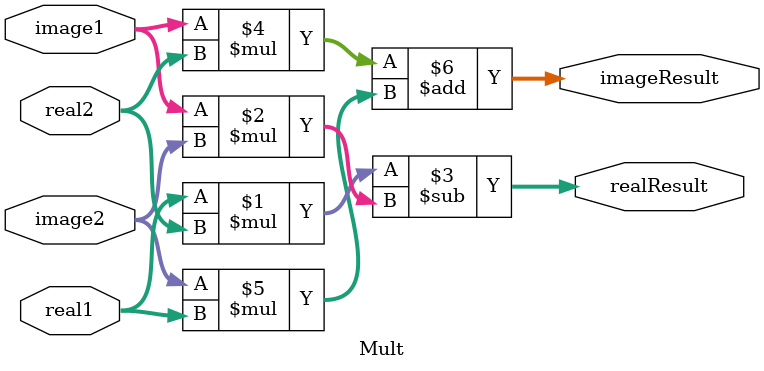
<source format=v>
module Mult(
	input wire [3:0] real1,
	input wire [3:0] image1,
	input wire [3:0] real2,
	input wire [3:0] image2,
	output wire [3:0] realResult,
	output wire [3:0] imageResult);

assign realResult[3:0] = (real1*real2 - image1*image2);
assign imageResult[3:0] = (image1 * real2 + image2*real1);

endmodule


</source>
